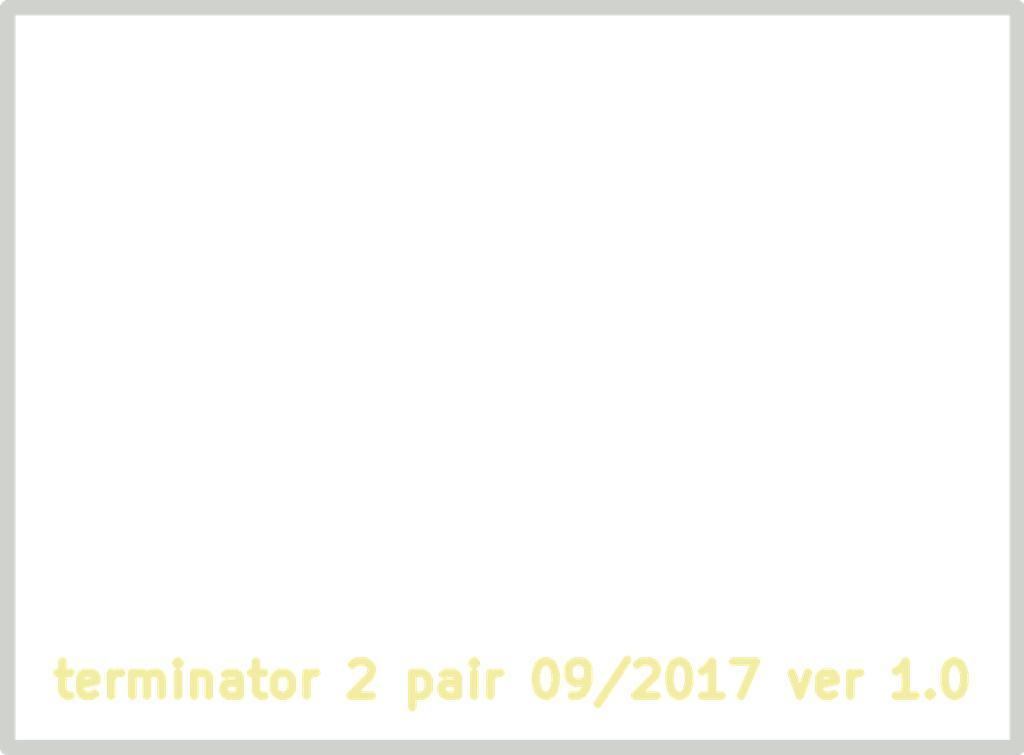
<source format=kicad_pcb>
(kicad_pcb (version 20170123) (host pcbnew no-vcs-found-33cc7b3~60~ubuntu16.04.1)

  (general
    (thickness 1.6)
    (drawings 5)
    (tracks 0)
    (zones 0)
    (modules 0)
    (nets 1)
  )

  (page A4)
  (title_block
    (title terminator_2_pair)
    (rev 1.0)
  )

  (layers
    (0 F.Cu signal)
    (31 B.Cu signal)
    (32 B.Adhes user)
    (33 F.Adhes user)
    (34 B.Paste user)
    (35 F.Paste user)
    (36 B.SilkS user)
    (37 F.SilkS user)
    (38 B.Mask user)
    (39 F.Mask user)
    (40 Dwgs.User user hide)
    (41 Cmts.User user)
    (42 Eco1.User user)
    (43 Eco2.User user)
    (44 Edge.Cuts user)
    (45 Margin user)
    (46 B.CrtYd user)
    (47 F.CrtYd user)
    (48 B.Fab user)
    (49 F.Fab user)
  )

  (setup
    (last_trace_width 0.25)
    (trace_clearance 0.0254)
    (zone_clearance 0.2032)
    (zone_45_only no)
    (trace_min 0.254)
    (segment_width 0.2286)
    (edge_width 0.2286)
    (via_size 0.889)
    (via_drill 0.635)
    (via_min_size 0.889)
    (via_min_drill 0.508)
    (uvia_size 0.508)
    (uvia_drill 0.127)
    (uvias_allowed no)
    (uvia_min_size 0.508)
    (uvia_min_drill 0.127)
    (pcb_text_width 0.3)
    (pcb_text_size 1.5 1.5)
    (mod_edge_width 0.381)
    (mod_text_size 1 1)
    (mod_text_width 0.15)
    (pad_size 1.016 4.4958)
    (pad_drill 0)
    (pad_to_mask_clearance 0)
    (aux_axis_origin 0 0)
    (visible_elements FFFFF77F)
    (pcbplotparams
      (layerselection 0x000f0_ffffffff)
      (usegerberextensions true)
      (usegerberattributes true)
      (usegerberadvancedattributes true)
      (creategerberjobfile true)
      (excludeedgelayer false)
      (linewidth 0.100000)
      (plotframeref false)
      (viasonmask false)
      (mode 1)
      (useauxorigin false)
      (hpglpennumber 1)
      (hpglpenspeed 20)
      (hpglpendiameter 15)
      (psnegative false)
      (psa4output false)
      (plotreference true)
      (plotvalue true)
      (plotinvisibletext false)
      (padsonsilk false)
      (subtractmaskfromsilk true)
      (outputformat 1)
      (mirror false)
      (drillshape 0)
      (scaleselection 1)
      (outputdirectory gerbers/))
  )

  (net 0 "")

  (net_class Default "This is the default net class."
    (clearance 0.0254)
    (trace_width 0.25)
    (via_dia 0.889)
    (via_drill 0.635)
    (uvia_dia 0.508)
    (uvia_drill 0.127)
  )

  (net_class GND ""
    (clearance 0.1016)
    (trace_width 0.4064)
    (via_dia 0.889)
    (via_drill 0.635)
    (uvia_dia 0.508)
    (uvia_drill 0.127)
    (diff_pair_gap 0.254)
    (diff_pair_width 0.254)
  )

  (net_class LEDPOWER ""
    (clearance 0.254)
    (trace_width 0.6096)
    (via_dia 0.889)
    (via_drill 0.635)
    (uvia_dia 0.508)
    (uvia_drill 0.127)
    (diff_pair_gap 0.254)
    (diff_pair_width 0.254)
  )

  (net_class POWER ""
    (clearance 0.254)
    (trace_width 0.8128)
    (via_dia 0.889)
    (via_drill 0.635)
    (uvia_dia 0.508)
    (uvia_drill 0.127)
    (diff_pair_gap 0.254)
    (diff_pair_width 0.254)
  )

  (net_class SIGNAL ""
    (clearance 0.1016)
    (trace_width 0.4064)
    (via_dia 0.889)
    (via_drill 0.635)
    (uvia_dia 0.508)
    (uvia_drill 0.127)
    (diff_pair_gap 0.254)
    (diff_pair_width 0.254)
  )

  (net_class SUPERPOWER ""
    (clearance 0.254)
    (trace_width 1.2192)
    (via_dia 0.889)
    (via_drill 0.635)
    (uvia_dia 0.508)
    (uvia_drill 0.127)
    (diff_pair_gap 0.254)
    (diff_pair_width 0.254)
  )

  (gr_line (start 107.5 94.5) (end 92.5 94.5) (angle 90) (layer Edge.Cuts) (width 0.2286))
  (gr_line (start 107.5 105.5) (end 107.5 94.5) (angle 90) (layer Edge.Cuts) (width 0.2286))
  (gr_line (start 92.5 105.5) (end 107.5 105.5) (angle 90) (layer Edge.Cuts) (width 0.2286))
  (gr_line (start 92.5 94.5) (end 92.5 105.5) (angle 90) (layer Edge.Cuts) (width 0.2286))
  (gr_text "terminator 2 pair 09/2017 ver 1.0" (at 100 104.5) (layer F.SilkS)
    (effects (font (size 0.508 0.508) (thickness 0.127)))
  )

)

</source>
